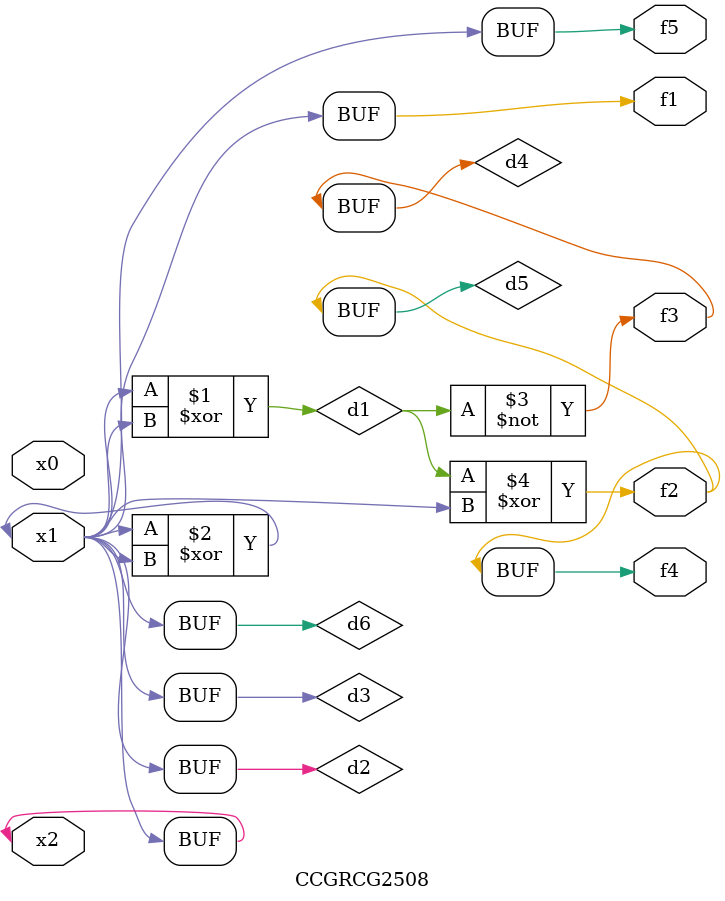
<source format=v>
module CCGRCG2508(
	input x0, x1, x2,
	output f1, f2, f3, f4, f5
);

	wire d1, d2, d3, d4, d5, d6;

	xor (d1, x1, x2);
	buf (d2, x1, x2);
	xor (d3, x1, x2);
	nor (d4, d1);
	xor (d5, d1, d2);
	buf (d6, d2, d3);
	assign f1 = d6;
	assign f2 = d5;
	assign f3 = d4;
	assign f4 = d5;
	assign f5 = d6;
endmodule

</source>
